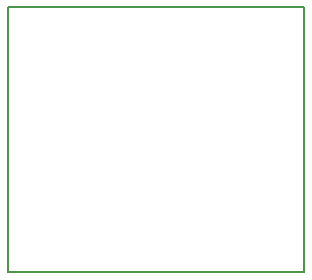
<source format=gbr>
G04 #@! TF.FileFunction,Profile,NP*
%FSLAX46Y46*%
G04 Gerber Fmt 4.6, Leading zero omitted, Abs format (unit mm)*
G04 Created by KiCad (PCBNEW 0.201509101502+6177~30~ubuntu14.04.1-product) date Παρ 18 Σεπ 2015 07:16:07 μμ EEST*
%MOMM*%
G01*
G04 APERTURE LIST*
%ADD10C,0.100000*%
%ADD11C,0.150000*%
G04 APERTURE END LIST*
D10*
D11*
X136906000Y-93980000D02*
X136906000Y-93472000D01*
X161925000Y-115443000D02*
X161925000Y-115951000D01*
X136906000Y-115951000D02*
X136906000Y-93980000D01*
X161925000Y-115443000D02*
X161925000Y-93472000D01*
X136906000Y-93472000D02*
X161925000Y-93472000D01*
X136906000Y-115951000D02*
X161925000Y-115951000D01*
M02*

</source>
